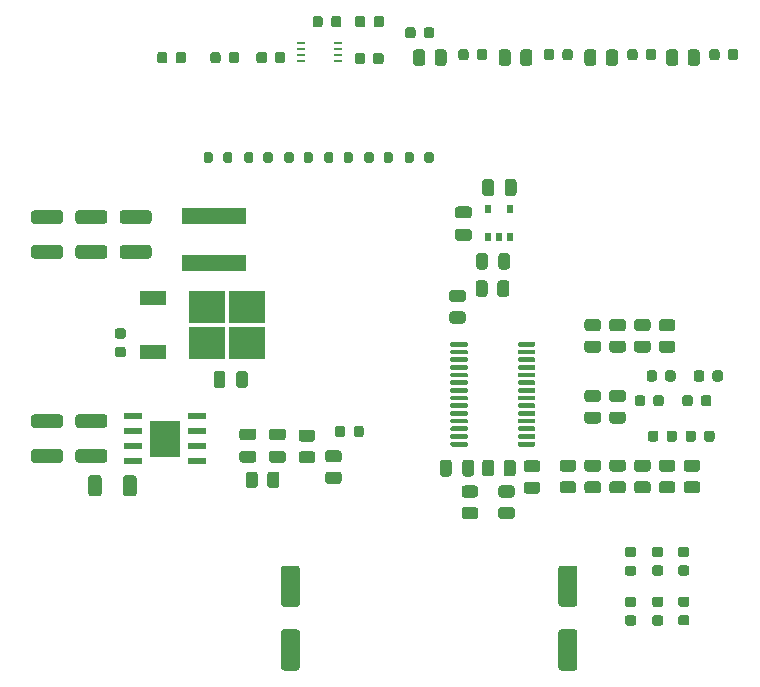
<source format=gbr>
%TF.GenerationSoftware,KiCad,Pcbnew,5.1.9*%
%TF.CreationDate,2021-03-12T16:49:57+01:00*%
%TF.ProjectId,monkey-rpi-header-pcb,6d6f6e6b-6579-42d7-9270-692d68656164,rev?*%
%TF.SameCoordinates,Original*%
%TF.FileFunction,Paste,Top*%
%TF.FilePolarity,Positive*%
%FSLAX46Y46*%
G04 Gerber Fmt 4.6, Leading zero omitted, Abs format (unit mm)*
G04 Created by KiCad (PCBNEW 5.1.9) date 2021-03-12 16:49:57*
%MOMM*%
%LPD*%
G01*
G04 APERTURE LIST*
%ADD10R,0.750000X0.250000*%
%ADD11R,2.600000X3.100000*%
%ADD12R,1.550000X0.600000*%
%ADD13R,0.510000X0.700000*%
%ADD14R,5.500000X1.430000*%
%ADD15R,3.050000X2.750000*%
%ADD16R,2.200000X1.200000*%
G04 APERTURE END LIST*
%TO.C,C14*%
G36*
G01*
X172049600Y-123150000D02*
X173150400Y-123150000D01*
G75*
G02*
X173400000Y-123399600I0J-249600D01*
G01*
X173400000Y-126400400D01*
G75*
G02*
X173150400Y-126650000I-249600J0D01*
G01*
X172049600Y-126650000D01*
G75*
G02*
X171800000Y-126400400I0J249600D01*
G01*
X171800000Y-123399600D01*
G75*
G02*
X172049600Y-123150000I249600J0D01*
G01*
G37*
G36*
G01*
X172050000Y-117750000D02*
X173150000Y-117750000D01*
G75*
G02*
X173400000Y-118000000I0J-250000D01*
G01*
X173400000Y-121000000D01*
G75*
G02*
X173150000Y-121250000I-250000J0D01*
G01*
X172050000Y-121250000D01*
G75*
G02*
X171800000Y-121000000I0J250000D01*
G01*
X171800000Y-118000000D01*
G75*
G02*
X172050000Y-117750000I250000J0D01*
G01*
G37*
%TD*%
%TO.C,C13*%
G36*
G01*
X148549600Y-123150000D02*
X149650400Y-123150000D01*
G75*
G02*
X149900000Y-123399600I0J-249600D01*
G01*
X149900000Y-126400400D01*
G75*
G02*
X149650400Y-126650000I-249600J0D01*
G01*
X148549600Y-126650000D01*
G75*
G02*
X148300000Y-126400400I0J249600D01*
G01*
X148300000Y-123399600D01*
G75*
G02*
X148549600Y-123150000I249600J0D01*
G01*
G37*
G36*
G01*
X148550000Y-117750000D02*
X149650000Y-117750000D01*
G75*
G02*
X149900000Y-118000000I0J-250000D01*
G01*
X149900000Y-121000000D01*
G75*
G02*
X149650000Y-121250000I-250000J0D01*
G01*
X148550000Y-121250000D01*
G75*
G02*
X148300000Y-121000000I0J250000D01*
G01*
X148300000Y-118000000D01*
G75*
G02*
X148550000Y-117750000I250000J0D01*
G01*
G37*
%TD*%
%TO.C,D15*%
G36*
G01*
X151850000Y-71443750D02*
X151850000Y-71956250D01*
G75*
G02*
X151631250Y-72175000I-218750J0D01*
G01*
X151193750Y-72175000D01*
G75*
G02*
X150975000Y-71956250I0J218750D01*
G01*
X150975000Y-71443750D01*
G75*
G02*
X151193750Y-71225000I218750J0D01*
G01*
X151631250Y-71225000D01*
G75*
G02*
X151850000Y-71443750I0J-218750D01*
G01*
G37*
G36*
G01*
X153425000Y-71443750D02*
X153425000Y-71956250D01*
G75*
G02*
X153206250Y-72175000I-218750J0D01*
G01*
X152768750Y-72175000D01*
G75*
G02*
X152550000Y-71956250I0J218750D01*
G01*
X152550000Y-71443750D01*
G75*
G02*
X152768750Y-71225000I218750J0D01*
G01*
X153206250Y-71225000D01*
G75*
G02*
X153425000Y-71443750I0J-218750D01*
G01*
G37*
%TD*%
%TO.C,D14*%
G36*
G01*
X156150000Y-71956250D02*
X156150000Y-71443750D01*
G75*
G02*
X156368750Y-71225000I218750J0D01*
G01*
X156806250Y-71225000D01*
G75*
G02*
X157025000Y-71443750I0J-218750D01*
G01*
X157025000Y-71956250D01*
G75*
G02*
X156806250Y-72175000I-218750J0D01*
G01*
X156368750Y-72175000D01*
G75*
G02*
X156150000Y-71956250I0J218750D01*
G01*
G37*
G36*
G01*
X154575000Y-71956250D02*
X154575000Y-71443750D01*
G75*
G02*
X154793750Y-71225000I218750J0D01*
G01*
X155231250Y-71225000D01*
G75*
G02*
X155450000Y-71443750I0J-218750D01*
G01*
X155450000Y-71956250D01*
G75*
G02*
X155231250Y-72175000I-218750J0D01*
G01*
X154793750Y-72175000D01*
G75*
G02*
X154575000Y-71956250I0J218750D01*
G01*
G37*
%TD*%
D10*
%TO.C,U4*%
X150000000Y-75000000D03*
X150000000Y-74500000D03*
X150000000Y-74000000D03*
X150000000Y-73500000D03*
X153100000Y-73500000D03*
X153100000Y-74000000D03*
X153100000Y-74500000D03*
X153100000Y-75000000D03*
%TD*%
%TO.C,C16*%
G36*
G01*
X155450000Y-74575000D02*
X155450000Y-75075000D01*
G75*
G02*
X155225000Y-75300000I-225000J0D01*
G01*
X154775000Y-75300000D01*
G75*
G02*
X154550000Y-75075000I0J225000D01*
G01*
X154550000Y-74575000D01*
G75*
G02*
X154775000Y-74350000I225000J0D01*
G01*
X155225000Y-74350000D01*
G75*
G02*
X155450000Y-74575000I0J-225000D01*
G01*
G37*
G36*
G01*
X157000000Y-74575000D02*
X157000000Y-75075000D01*
G75*
G02*
X156775000Y-75300000I-225000J0D01*
G01*
X156325000Y-75300000D01*
G75*
G02*
X156100000Y-75075000I0J225000D01*
G01*
X156100000Y-74575000D01*
G75*
G02*
X156325000Y-74350000I225000J0D01*
G01*
X156775000Y-74350000D01*
G75*
G02*
X157000000Y-74575000I0J-225000D01*
G01*
G37*
%TD*%
%TO.C,C15*%
G36*
G01*
X147125000Y-74500000D02*
X147125000Y-75000000D01*
G75*
G02*
X146900000Y-75225000I-225000J0D01*
G01*
X146450000Y-75225000D01*
G75*
G02*
X146225000Y-75000000I0J225000D01*
G01*
X146225000Y-74500000D01*
G75*
G02*
X146450000Y-74275000I225000J0D01*
G01*
X146900000Y-74275000D01*
G75*
G02*
X147125000Y-74500000I0J-225000D01*
G01*
G37*
G36*
G01*
X148675000Y-74500000D02*
X148675000Y-75000000D01*
G75*
G02*
X148450000Y-75225000I-225000J0D01*
G01*
X148000000Y-75225000D01*
G75*
G02*
X147775000Y-75000000I0J225000D01*
G01*
X147775000Y-74500000D01*
G75*
G02*
X148000000Y-74275000I225000J0D01*
G01*
X148450000Y-74275000D01*
G75*
G02*
X148675000Y-74500000I0J-225000D01*
G01*
G37*
%TD*%
%TO.C,R26*%
G36*
G01*
X167850001Y-112000000D02*
X166949999Y-112000000D01*
G75*
G02*
X166700000Y-111750001I0J249999D01*
G01*
X166700000Y-111224999D01*
G75*
G02*
X166949999Y-110975000I249999J0D01*
G01*
X167850001Y-110975000D01*
G75*
G02*
X168100000Y-111224999I0J-249999D01*
G01*
X168100000Y-111750001D01*
G75*
G02*
X167850001Y-112000000I-249999J0D01*
G01*
G37*
G36*
G01*
X167850001Y-113825000D02*
X166949999Y-113825000D01*
G75*
G02*
X166700000Y-113575001I0J249999D01*
G01*
X166700000Y-113049999D01*
G75*
G02*
X166949999Y-112800000I249999J0D01*
G01*
X167850001Y-112800000D01*
G75*
G02*
X168100000Y-113049999I0J-249999D01*
G01*
X168100000Y-113575001D01*
G75*
G02*
X167850001Y-113825000I-249999J0D01*
G01*
G37*
%TD*%
%TO.C,R25*%
G36*
G01*
X164750001Y-112000000D02*
X163849999Y-112000000D01*
G75*
G02*
X163600000Y-111750001I0J249999D01*
G01*
X163600000Y-111224999D01*
G75*
G02*
X163849999Y-110975000I249999J0D01*
G01*
X164750001Y-110975000D01*
G75*
G02*
X165000000Y-111224999I0J-249999D01*
G01*
X165000000Y-111750001D01*
G75*
G02*
X164750001Y-112000000I-249999J0D01*
G01*
G37*
G36*
G01*
X164750001Y-113825000D02*
X163849999Y-113825000D01*
G75*
G02*
X163600000Y-113575001I0J249999D01*
G01*
X163600000Y-113049999D01*
G75*
G02*
X163849999Y-112800000I249999J0D01*
G01*
X164750001Y-112800000D01*
G75*
G02*
X165000000Y-113049999I0J-249999D01*
G01*
X165000000Y-113575001D01*
G75*
G02*
X164750001Y-113825000I-249999J0D01*
G01*
G37*
%TD*%
%TO.C,R31*%
G36*
G01*
X165812500Y-93849999D02*
X165812500Y-94750001D01*
G75*
G02*
X165562501Y-95000000I-249999J0D01*
G01*
X165037499Y-95000000D01*
G75*
G02*
X164787500Y-94750001I0J249999D01*
G01*
X164787500Y-93849999D01*
G75*
G02*
X165037499Y-93600000I249999J0D01*
G01*
X165562501Y-93600000D01*
G75*
G02*
X165812500Y-93849999I0J-249999D01*
G01*
G37*
G36*
G01*
X167637500Y-93849999D02*
X167637500Y-94750001D01*
G75*
G02*
X167387501Y-95000000I-249999J0D01*
G01*
X166862499Y-95000000D01*
G75*
G02*
X166612500Y-94750001I0J249999D01*
G01*
X166612500Y-93849999D01*
G75*
G02*
X166862499Y-93600000I249999J0D01*
G01*
X167387501Y-93600000D01*
G75*
G02*
X167637500Y-93849999I0J-249999D01*
G01*
G37*
%TD*%
%TO.C,D25*%
G36*
G01*
X166712500Y-92456250D02*
X166712500Y-91543750D01*
G75*
G02*
X166956250Y-91300000I243750J0D01*
G01*
X167443750Y-91300000D01*
G75*
G02*
X167687500Y-91543750I0J-243750D01*
G01*
X167687500Y-92456250D01*
G75*
G02*
X167443750Y-92700000I-243750J0D01*
G01*
X166956250Y-92700000D01*
G75*
G02*
X166712500Y-92456250I0J243750D01*
G01*
G37*
G36*
G01*
X164837500Y-92456250D02*
X164837500Y-91543750D01*
G75*
G02*
X165081250Y-91300000I243750J0D01*
G01*
X165568750Y-91300000D01*
G75*
G02*
X165812500Y-91543750I0J-243750D01*
G01*
X165812500Y-92456250D01*
G75*
G02*
X165568750Y-92700000I-243750J0D01*
G01*
X165081250Y-92700000D01*
G75*
G02*
X164837500Y-92456250I0J243750D01*
G01*
G37*
%TD*%
%TO.C,D22*%
G36*
G01*
X179837500Y-104056250D02*
X179837500Y-103543750D01*
G75*
G02*
X180056250Y-103325000I218750J0D01*
G01*
X180493750Y-103325000D01*
G75*
G02*
X180712500Y-103543750I0J-218750D01*
G01*
X180712500Y-104056250D01*
G75*
G02*
X180493750Y-104275000I-218750J0D01*
G01*
X180056250Y-104275000D01*
G75*
G02*
X179837500Y-104056250I0J218750D01*
G01*
G37*
G36*
G01*
X178262500Y-104056250D02*
X178262500Y-103543750D01*
G75*
G02*
X178481250Y-103325000I218750J0D01*
G01*
X178918750Y-103325000D01*
G75*
G02*
X179137500Y-103543750I0J-218750D01*
G01*
X179137500Y-104056250D01*
G75*
G02*
X178918750Y-104275000I-218750J0D01*
G01*
X178481250Y-104275000D01*
G75*
G02*
X178262500Y-104056250I0J218750D01*
G01*
G37*
%TD*%
%TO.C,D21*%
G36*
G01*
X183162500Y-103543750D02*
X183162500Y-104056250D01*
G75*
G02*
X182943750Y-104275000I-218750J0D01*
G01*
X182506250Y-104275000D01*
G75*
G02*
X182287500Y-104056250I0J218750D01*
G01*
X182287500Y-103543750D01*
G75*
G02*
X182506250Y-103325000I218750J0D01*
G01*
X182943750Y-103325000D01*
G75*
G02*
X183162500Y-103543750I0J-218750D01*
G01*
G37*
G36*
G01*
X184737500Y-103543750D02*
X184737500Y-104056250D01*
G75*
G02*
X184518750Y-104275000I-218750J0D01*
G01*
X184081250Y-104275000D01*
G75*
G02*
X183862500Y-104056250I0J218750D01*
G01*
X183862500Y-103543750D01*
G75*
G02*
X184081250Y-103325000I218750J0D01*
G01*
X184518750Y-103325000D01*
G75*
G02*
X184737500Y-103543750I0J-218750D01*
G01*
G37*
%TD*%
%TO.C,D20*%
G36*
G01*
X180837500Y-101956250D02*
X180837500Y-101443750D01*
G75*
G02*
X181056250Y-101225000I218750J0D01*
G01*
X181493750Y-101225000D01*
G75*
G02*
X181712500Y-101443750I0J-218750D01*
G01*
X181712500Y-101956250D01*
G75*
G02*
X181493750Y-102175000I-218750J0D01*
G01*
X181056250Y-102175000D01*
G75*
G02*
X180837500Y-101956250I0J218750D01*
G01*
G37*
G36*
G01*
X179262500Y-101956250D02*
X179262500Y-101443750D01*
G75*
G02*
X179481250Y-101225000I218750J0D01*
G01*
X179918750Y-101225000D01*
G75*
G02*
X180137500Y-101443750I0J-218750D01*
G01*
X180137500Y-101956250D01*
G75*
G02*
X179918750Y-102175000I-218750J0D01*
G01*
X179481250Y-102175000D01*
G75*
G02*
X179262500Y-101956250I0J218750D01*
G01*
G37*
%TD*%
%TO.C,D13*%
G36*
G01*
X137812500Y-75006250D02*
X137812500Y-74493750D01*
G75*
G02*
X138031250Y-74275000I218750J0D01*
G01*
X138468750Y-74275000D01*
G75*
G02*
X138687500Y-74493750I0J-218750D01*
G01*
X138687500Y-75006250D01*
G75*
G02*
X138468750Y-75225000I-218750J0D01*
G01*
X138031250Y-75225000D01*
G75*
G02*
X137812500Y-75006250I0J218750D01*
G01*
G37*
G36*
G01*
X139387500Y-75006250D02*
X139387500Y-74493750D01*
G75*
G02*
X139606250Y-74275000I218750J0D01*
G01*
X140043750Y-74275000D01*
G75*
G02*
X140262500Y-74493750I0J-218750D01*
G01*
X140262500Y-75006250D01*
G75*
G02*
X140043750Y-75225000I-218750J0D01*
G01*
X139606250Y-75225000D01*
G75*
G02*
X139387500Y-75006250I0J218750D01*
G01*
G37*
%TD*%
%TO.C,D12*%
G36*
G01*
X184137500Y-101443750D02*
X184137500Y-101956250D01*
G75*
G02*
X183918750Y-102175000I-218750J0D01*
G01*
X183481250Y-102175000D01*
G75*
G02*
X183262500Y-101956250I0J218750D01*
G01*
X183262500Y-101443750D01*
G75*
G02*
X183481250Y-101225000I218750J0D01*
G01*
X183918750Y-101225000D01*
G75*
G02*
X184137500Y-101443750I0J-218750D01*
G01*
G37*
G36*
G01*
X185712500Y-101443750D02*
X185712500Y-101956250D01*
G75*
G02*
X185493750Y-102175000I-218750J0D01*
G01*
X185056250Y-102175000D01*
G75*
G02*
X184837500Y-101956250I0J218750D01*
G01*
X184837500Y-101443750D01*
G75*
G02*
X185056250Y-101225000I218750J0D01*
G01*
X185493750Y-101225000D01*
G75*
G02*
X185712500Y-101443750I0J-218750D01*
G01*
G37*
%TD*%
%TO.C,D11*%
G36*
G01*
X143887500Y-75006250D02*
X143887500Y-74493750D01*
G75*
G02*
X144106250Y-74275000I218750J0D01*
G01*
X144543750Y-74275000D01*
G75*
G02*
X144762500Y-74493750I0J-218750D01*
G01*
X144762500Y-75006250D01*
G75*
G02*
X144543750Y-75225000I-218750J0D01*
G01*
X144106250Y-75225000D01*
G75*
G02*
X143887500Y-75006250I0J218750D01*
G01*
G37*
G36*
G01*
X142312500Y-75006250D02*
X142312500Y-74493750D01*
G75*
G02*
X142531250Y-74275000I218750J0D01*
G01*
X142968750Y-74275000D01*
G75*
G02*
X143187500Y-74493750I0J-218750D01*
G01*
X143187500Y-75006250D01*
G75*
G02*
X142968750Y-75225000I-218750J0D01*
G01*
X142531250Y-75225000D01*
G75*
G02*
X142312500Y-75006250I0J218750D01*
G01*
G37*
%TD*%
%TO.C,D4*%
G36*
G01*
X161275000Y-72393750D02*
X161275000Y-72906250D01*
G75*
G02*
X161056250Y-73125000I-218750J0D01*
G01*
X160618750Y-73125000D01*
G75*
G02*
X160400000Y-72906250I0J218750D01*
G01*
X160400000Y-72393750D01*
G75*
G02*
X160618750Y-72175000I218750J0D01*
G01*
X161056250Y-72175000D01*
G75*
G02*
X161275000Y-72393750I0J-218750D01*
G01*
G37*
G36*
G01*
X159700000Y-72393750D02*
X159700000Y-72906250D01*
G75*
G02*
X159481250Y-73125000I-218750J0D01*
G01*
X159043750Y-73125000D01*
G75*
G02*
X158825000Y-72906250I0J218750D01*
G01*
X158825000Y-72393750D01*
G75*
G02*
X159043750Y-72175000I218750J0D01*
G01*
X159481250Y-72175000D01*
G75*
G02*
X159700000Y-72393750I0J-218750D01*
G01*
G37*
%TD*%
%TO.C,D3*%
G36*
G01*
X153750000Y-106143750D02*
X153750000Y-106656250D01*
G75*
G02*
X153531250Y-106875000I-218750J0D01*
G01*
X153093750Y-106875000D01*
G75*
G02*
X152875000Y-106656250I0J218750D01*
G01*
X152875000Y-106143750D01*
G75*
G02*
X153093750Y-105925000I218750J0D01*
G01*
X153531250Y-105925000D01*
G75*
G02*
X153750000Y-106143750I0J-218750D01*
G01*
G37*
G36*
G01*
X155325000Y-106143750D02*
X155325000Y-106656250D01*
G75*
G02*
X155106250Y-106875000I-218750J0D01*
G01*
X154668750Y-106875000D01*
G75*
G02*
X154450000Y-106656250I0J218750D01*
G01*
X154450000Y-106143750D01*
G75*
G02*
X154668750Y-105925000I218750J0D01*
G01*
X155106250Y-105925000D01*
G75*
G02*
X155325000Y-106143750I0J-218750D01*
G01*
G37*
%TD*%
%TO.C,D2*%
G36*
G01*
X134956250Y-98537500D02*
X134443750Y-98537500D01*
G75*
G02*
X134225000Y-98318750I0J218750D01*
G01*
X134225000Y-97881250D01*
G75*
G02*
X134443750Y-97662500I218750J0D01*
G01*
X134956250Y-97662500D01*
G75*
G02*
X135175000Y-97881250I0J-218750D01*
G01*
X135175000Y-98318750D01*
G75*
G02*
X134956250Y-98537500I-218750J0D01*
G01*
G37*
G36*
G01*
X134956250Y-100112500D02*
X134443750Y-100112500D01*
G75*
G02*
X134225000Y-99893750I0J218750D01*
G01*
X134225000Y-99456250D01*
G75*
G02*
X134443750Y-99237500I218750J0D01*
G01*
X134956250Y-99237500D01*
G75*
G02*
X135175000Y-99456250I0J-218750D01*
G01*
X135175000Y-99893750D01*
G75*
G02*
X134956250Y-100112500I-218750J0D01*
G01*
G37*
%TD*%
%TO.C,R30*%
G36*
G01*
X157000000Y-83475000D02*
X157000000Y-82925000D01*
G75*
G02*
X157200000Y-82725000I200000J0D01*
G01*
X157600000Y-82725000D01*
G75*
G02*
X157800000Y-82925000I0J-200000D01*
G01*
X157800000Y-83475000D01*
G75*
G02*
X157600000Y-83675000I-200000J0D01*
G01*
X157200000Y-83675000D01*
G75*
G02*
X157000000Y-83475000I0J200000D01*
G01*
G37*
G36*
G01*
X155350000Y-83475000D02*
X155350000Y-82925000D01*
G75*
G02*
X155550000Y-82725000I200000J0D01*
G01*
X155950000Y-82725000D01*
G75*
G02*
X156150000Y-82925000I0J-200000D01*
G01*
X156150000Y-83475000D01*
G75*
G02*
X155950000Y-83675000I-200000J0D01*
G01*
X155550000Y-83675000D01*
G75*
G02*
X155350000Y-83475000I0J200000D01*
G01*
G37*
%TD*%
%TO.C,R29*%
G36*
G01*
X146825000Y-83475000D02*
X146825000Y-82925000D01*
G75*
G02*
X147025000Y-82725000I200000J0D01*
G01*
X147425000Y-82725000D01*
G75*
G02*
X147625000Y-82925000I0J-200000D01*
G01*
X147625000Y-83475000D01*
G75*
G02*
X147425000Y-83675000I-200000J0D01*
G01*
X147025000Y-83675000D01*
G75*
G02*
X146825000Y-83475000I0J200000D01*
G01*
G37*
G36*
G01*
X145175000Y-83475000D02*
X145175000Y-82925000D01*
G75*
G02*
X145375000Y-82725000I200000J0D01*
G01*
X145775000Y-82725000D01*
G75*
G02*
X145975000Y-82925000I0J-200000D01*
G01*
X145975000Y-83475000D01*
G75*
G02*
X145775000Y-83675000I-200000J0D01*
G01*
X145375000Y-83675000D01*
G75*
G02*
X145175000Y-83475000I0J200000D01*
G01*
G37*
%TD*%
%TO.C,R28*%
G36*
G01*
X153600000Y-83475000D02*
X153600000Y-82925000D01*
G75*
G02*
X153800000Y-82725000I200000J0D01*
G01*
X154200000Y-82725000D01*
G75*
G02*
X154400000Y-82925000I0J-200000D01*
G01*
X154400000Y-83475000D01*
G75*
G02*
X154200000Y-83675000I-200000J0D01*
G01*
X153800000Y-83675000D01*
G75*
G02*
X153600000Y-83475000I0J200000D01*
G01*
G37*
G36*
G01*
X151950000Y-83475000D02*
X151950000Y-82925000D01*
G75*
G02*
X152150000Y-82725000I200000J0D01*
G01*
X152550000Y-82725000D01*
G75*
G02*
X152750000Y-82925000I0J-200000D01*
G01*
X152750000Y-83475000D01*
G75*
G02*
X152550000Y-83675000I-200000J0D01*
G01*
X152150000Y-83675000D01*
G75*
G02*
X151950000Y-83475000I0J200000D01*
G01*
G37*
%TD*%
%TO.C,R27*%
G36*
G01*
X143400000Y-83475000D02*
X143400000Y-82925000D01*
G75*
G02*
X143600000Y-82725000I200000J0D01*
G01*
X144000000Y-82725000D01*
G75*
G02*
X144200000Y-82925000I0J-200000D01*
G01*
X144200000Y-83475000D01*
G75*
G02*
X144000000Y-83675000I-200000J0D01*
G01*
X143600000Y-83675000D01*
G75*
G02*
X143400000Y-83475000I0J200000D01*
G01*
G37*
G36*
G01*
X141750000Y-83475000D02*
X141750000Y-82925000D01*
G75*
G02*
X141950000Y-82725000I200000J0D01*
G01*
X142350000Y-82725000D01*
G75*
G02*
X142550000Y-82925000I0J-200000D01*
G01*
X142550000Y-83475000D01*
G75*
G02*
X142350000Y-83675000I-200000J0D01*
G01*
X141950000Y-83675000D01*
G75*
G02*
X141750000Y-83475000I0J200000D01*
G01*
G37*
%TD*%
%TO.C,R24*%
G36*
G01*
X160425000Y-83475000D02*
X160425000Y-82925000D01*
G75*
G02*
X160625000Y-82725000I200000J0D01*
G01*
X161025000Y-82725000D01*
G75*
G02*
X161225000Y-82925000I0J-200000D01*
G01*
X161225000Y-83475000D01*
G75*
G02*
X161025000Y-83675000I-200000J0D01*
G01*
X160625000Y-83675000D01*
G75*
G02*
X160425000Y-83475000I0J200000D01*
G01*
G37*
G36*
G01*
X158775000Y-83475000D02*
X158775000Y-82925000D01*
G75*
G02*
X158975000Y-82725000I200000J0D01*
G01*
X159375000Y-82725000D01*
G75*
G02*
X159575000Y-82925000I0J-200000D01*
G01*
X159575000Y-83475000D01*
G75*
G02*
X159375000Y-83675000I-200000J0D01*
G01*
X158975000Y-83675000D01*
G75*
G02*
X158775000Y-83475000I0J200000D01*
G01*
G37*
%TD*%
%TO.C,R23*%
G36*
G01*
X150225000Y-83475000D02*
X150225000Y-82925000D01*
G75*
G02*
X150425000Y-82725000I200000J0D01*
G01*
X150825000Y-82725000D01*
G75*
G02*
X151025000Y-82925000I0J-200000D01*
G01*
X151025000Y-83475000D01*
G75*
G02*
X150825000Y-83675000I-200000J0D01*
G01*
X150425000Y-83675000D01*
G75*
G02*
X150225000Y-83475000I0J200000D01*
G01*
G37*
G36*
G01*
X148575000Y-83475000D02*
X148575000Y-82925000D01*
G75*
G02*
X148775000Y-82725000I200000J0D01*
G01*
X149175000Y-82725000D01*
G75*
G02*
X149375000Y-82925000I0J-200000D01*
G01*
X149375000Y-83475000D01*
G75*
G02*
X149175000Y-83675000I-200000J0D01*
G01*
X148775000Y-83675000D01*
G75*
G02*
X148575000Y-83475000I0J200000D01*
G01*
G37*
%TD*%
%TO.C,R22*%
G36*
G01*
X182737500Y-75200002D02*
X182737500Y-74299998D01*
G75*
G02*
X182987498Y-74050000I249998J0D01*
G01*
X183512502Y-74050000D01*
G75*
G02*
X183762500Y-74299998I0J-249998D01*
G01*
X183762500Y-75200002D01*
G75*
G02*
X183512502Y-75450000I-249998J0D01*
G01*
X182987498Y-75450000D01*
G75*
G02*
X182737500Y-75200002I0J249998D01*
G01*
G37*
G36*
G01*
X180912500Y-75200002D02*
X180912500Y-74299998D01*
G75*
G02*
X181162498Y-74050000I249998J0D01*
G01*
X181687502Y-74050000D01*
G75*
G02*
X181937500Y-74299998I0J-249998D01*
G01*
X181937500Y-75200002D01*
G75*
G02*
X181687502Y-75450000I-249998J0D01*
G01*
X181162498Y-75450000D01*
G75*
G02*
X180912500Y-75200002I0J249998D01*
G01*
G37*
%TD*%
%TO.C,R21*%
G36*
G01*
X175812500Y-75200002D02*
X175812500Y-74299998D01*
G75*
G02*
X176062498Y-74050000I249998J0D01*
G01*
X176587502Y-74050000D01*
G75*
G02*
X176837500Y-74299998I0J-249998D01*
G01*
X176837500Y-75200002D01*
G75*
G02*
X176587502Y-75450000I-249998J0D01*
G01*
X176062498Y-75450000D01*
G75*
G02*
X175812500Y-75200002I0J249998D01*
G01*
G37*
G36*
G01*
X173987500Y-75200002D02*
X173987500Y-74299998D01*
G75*
G02*
X174237498Y-74050000I249998J0D01*
G01*
X174762502Y-74050000D01*
G75*
G02*
X175012500Y-74299998I0J-249998D01*
G01*
X175012500Y-75200002D01*
G75*
G02*
X174762502Y-75450000I-249998J0D01*
G01*
X174237498Y-75450000D01*
G75*
G02*
X173987500Y-75200002I0J249998D01*
G01*
G37*
%TD*%
%TO.C,R16*%
G36*
G01*
X168562500Y-75200002D02*
X168562500Y-74299998D01*
G75*
G02*
X168812498Y-74050000I249998J0D01*
G01*
X169337502Y-74050000D01*
G75*
G02*
X169587500Y-74299998I0J-249998D01*
G01*
X169587500Y-75200002D01*
G75*
G02*
X169337502Y-75450000I-249998J0D01*
G01*
X168812498Y-75450000D01*
G75*
G02*
X168562500Y-75200002I0J249998D01*
G01*
G37*
G36*
G01*
X166737500Y-75200002D02*
X166737500Y-74299998D01*
G75*
G02*
X166987498Y-74050000I249998J0D01*
G01*
X167512502Y-74050000D01*
G75*
G02*
X167762500Y-74299998I0J-249998D01*
G01*
X167762500Y-75200002D01*
G75*
G02*
X167512502Y-75450000I-249998J0D01*
G01*
X166987498Y-75450000D01*
G75*
G02*
X166737500Y-75200002I0J249998D01*
G01*
G37*
%TD*%
%TO.C,D24*%
G36*
G01*
X186137500Y-74756250D02*
X186137500Y-74243750D01*
G75*
G02*
X186356250Y-74025000I218750J0D01*
G01*
X186793750Y-74025000D01*
G75*
G02*
X187012500Y-74243750I0J-218750D01*
G01*
X187012500Y-74756250D01*
G75*
G02*
X186793750Y-74975000I-218750J0D01*
G01*
X186356250Y-74975000D01*
G75*
G02*
X186137500Y-74756250I0J218750D01*
G01*
G37*
G36*
G01*
X184562500Y-74756250D02*
X184562500Y-74243750D01*
G75*
G02*
X184781250Y-74025000I218750J0D01*
G01*
X185218750Y-74025000D01*
G75*
G02*
X185437500Y-74243750I0J-218750D01*
G01*
X185437500Y-74756250D01*
G75*
G02*
X185218750Y-74975000I-218750J0D01*
G01*
X184781250Y-74975000D01*
G75*
G02*
X184562500Y-74756250I0J218750D01*
G01*
G37*
%TD*%
%TO.C,D23*%
G36*
G01*
X179195001Y-74756250D02*
X179195001Y-74243750D01*
G75*
G02*
X179413751Y-74025000I218750J0D01*
G01*
X179851251Y-74025000D01*
G75*
G02*
X180070001Y-74243750I0J-218750D01*
G01*
X180070001Y-74756250D01*
G75*
G02*
X179851251Y-74975000I-218750J0D01*
G01*
X179413751Y-74975000D01*
G75*
G02*
X179195001Y-74756250I0J218750D01*
G01*
G37*
G36*
G01*
X177620001Y-74756250D02*
X177620001Y-74243750D01*
G75*
G02*
X177838751Y-74025000I218750J0D01*
G01*
X178276251Y-74025000D01*
G75*
G02*
X178495001Y-74243750I0J-218750D01*
G01*
X178495001Y-74756250D01*
G75*
G02*
X178276251Y-74975000I-218750J0D01*
G01*
X177838751Y-74975000D01*
G75*
G02*
X177620001Y-74756250I0J218750D01*
G01*
G37*
%TD*%
%TO.C,D19*%
G36*
G01*
X172137500Y-74756250D02*
X172137500Y-74243750D01*
G75*
G02*
X172356250Y-74025000I218750J0D01*
G01*
X172793750Y-74025000D01*
G75*
G02*
X173012500Y-74243750I0J-218750D01*
G01*
X173012500Y-74756250D01*
G75*
G02*
X172793750Y-74975000I-218750J0D01*
G01*
X172356250Y-74975000D01*
G75*
G02*
X172137500Y-74756250I0J218750D01*
G01*
G37*
G36*
G01*
X170562500Y-74756250D02*
X170562500Y-74243750D01*
G75*
G02*
X170781250Y-74025000I218750J0D01*
G01*
X171218750Y-74025000D01*
G75*
G02*
X171437500Y-74243750I0J-218750D01*
G01*
X171437500Y-74756250D01*
G75*
G02*
X171218750Y-74975000I-218750J0D01*
G01*
X170781250Y-74975000D01*
G75*
G02*
X170562500Y-74756250I0J218750D01*
G01*
G37*
%TD*%
%TO.C,R20*%
G36*
G01*
X175150002Y-97912500D02*
X174249998Y-97912500D01*
G75*
G02*
X174000000Y-97662502I0J249998D01*
G01*
X174000000Y-97137498D01*
G75*
G02*
X174249998Y-96887500I249998J0D01*
G01*
X175150002Y-96887500D01*
G75*
G02*
X175400000Y-97137498I0J-249998D01*
G01*
X175400000Y-97662502D01*
G75*
G02*
X175150002Y-97912500I-249998J0D01*
G01*
G37*
G36*
G01*
X175150002Y-99737500D02*
X174249998Y-99737500D01*
G75*
G02*
X174000000Y-99487502I0J249998D01*
G01*
X174000000Y-98962498D01*
G75*
G02*
X174249998Y-98712500I249998J0D01*
G01*
X175150002Y-98712500D01*
G75*
G02*
X175400000Y-98962498I0J-249998D01*
G01*
X175400000Y-99487502D01*
G75*
G02*
X175150002Y-99737500I-249998J0D01*
G01*
G37*
%TD*%
%TO.C,R19*%
G36*
G01*
X177250002Y-97912500D02*
X176349998Y-97912500D01*
G75*
G02*
X176100000Y-97662502I0J249998D01*
G01*
X176100000Y-97137498D01*
G75*
G02*
X176349998Y-96887500I249998J0D01*
G01*
X177250002Y-96887500D01*
G75*
G02*
X177500000Y-97137498I0J-249998D01*
G01*
X177500000Y-97662502D01*
G75*
G02*
X177250002Y-97912500I-249998J0D01*
G01*
G37*
G36*
G01*
X177250002Y-99737500D02*
X176349998Y-99737500D01*
G75*
G02*
X176100000Y-99487502I0J249998D01*
G01*
X176100000Y-98962498D01*
G75*
G02*
X176349998Y-98712500I249998J0D01*
G01*
X177250002Y-98712500D01*
G75*
G02*
X177500000Y-98962498I0J-249998D01*
G01*
X177500000Y-99487502D01*
G75*
G02*
X177250002Y-99737500I-249998J0D01*
G01*
G37*
%TD*%
%TO.C,R18*%
G36*
G01*
X179350002Y-97900000D02*
X178449998Y-97900000D01*
G75*
G02*
X178200000Y-97650002I0J249998D01*
G01*
X178200000Y-97124998D01*
G75*
G02*
X178449998Y-96875000I249998J0D01*
G01*
X179350002Y-96875000D01*
G75*
G02*
X179600000Y-97124998I0J-249998D01*
G01*
X179600000Y-97650002D01*
G75*
G02*
X179350002Y-97900000I-249998J0D01*
G01*
G37*
G36*
G01*
X179350002Y-99725000D02*
X178449998Y-99725000D01*
G75*
G02*
X178200000Y-99475002I0J249998D01*
G01*
X178200000Y-98949998D01*
G75*
G02*
X178449998Y-98700000I249998J0D01*
G01*
X179350002Y-98700000D01*
G75*
G02*
X179600000Y-98949998I0J-249998D01*
G01*
X179600000Y-99475002D01*
G75*
G02*
X179350002Y-99725000I-249998J0D01*
G01*
G37*
%TD*%
%TO.C,R17*%
G36*
G01*
X181450002Y-97912500D02*
X180549998Y-97912500D01*
G75*
G02*
X180300000Y-97662502I0J249998D01*
G01*
X180300000Y-97137498D01*
G75*
G02*
X180549998Y-96887500I249998J0D01*
G01*
X181450002Y-96887500D01*
G75*
G02*
X181700000Y-97137498I0J-249998D01*
G01*
X181700000Y-97662502D01*
G75*
G02*
X181450002Y-97912500I-249998J0D01*
G01*
G37*
G36*
G01*
X181450002Y-99737500D02*
X180549998Y-99737500D01*
G75*
G02*
X180300000Y-99487502I0J249998D01*
G01*
X180300000Y-98962498D01*
G75*
G02*
X180549998Y-98712500I249998J0D01*
G01*
X181450002Y-98712500D01*
G75*
G02*
X181700000Y-98962498I0J-249998D01*
G01*
X181700000Y-99487502D01*
G75*
G02*
X181450002Y-99737500I-249998J0D01*
G01*
G37*
%TD*%
%TO.C,R10*%
G36*
G01*
X183550002Y-109812500D02*
X182649998Y-109812500D01*
G75*
G02*
X182400000Y-109562502I0J249998D01*
G01*
X182400000Y-109037498D01*
G75*
G02*
X182649998Y-108787500I249998J0D01*
G01*
X183550002Y-108787500D01*
G75*
G02*
X183800000Y-109037498I0J-249998D01*
G01*
X183800000Y-109562502D01*
G75*
G02*
X183550002Y-109812500I-249998J0D01*
G01*
G37*
G36*
G01*
X183550002Y-111637500D02*
X182649998Y-111637500D01*
G75*
G02*
X182400000Y-111387502I0J249998D01*
G01*
X182400000Y-110862498D01*
G75*
G02*
X182649998Y-110612500I249998J0D01*
G01*
X183550002Y-110612500D01*
G75*
G02*
X183800000Y-110862498I0J-249998D01*
G01*
X183800000Y-111387502D01*
G75*
G02*
X183550002Y-111637500I-249998J0D01*
G01*
G37*
%TD*%
%TO.C,R9*%
G36*
G01*
X181450002Y-109812500D02*
X180549998Y-109812500D01*
G75*
G02*
X180300000Y-109562502I0J249998D01*
G01*
X180300000Y-109037498D01*
G75*
G02*
X180549998Y-108787500I249998J0D01*
G01*
X181450002Y-108787500D01*
G75*
G02*
X181700000Y-109037498I0J-249998D01*
G01*
X181700000Y-109562502D01*
G75*
G02*
X181450002Y-109812500I-249998J0D01*
G01*
G37*
G36*
G01*
X181450002Y-111637500D02*
X180549998Y-111637500D01*
G75*
G02*
X180300000Y-111387502I0J249998D01*
G01*
X180300000Y-110862498D01*
G75*
G02*
X180549998Y-110612500I249998J0D01*
G01*
X181450002Y-110612500D01*
G75*
G02*
X181700000Y-110862498I0J-249998D01*
G01*
X181700000Y-111387502D01*
G75*
G02*
X181450002Y-111637500I-249998J0D01*
G01*
G37*
%TD*%
%TO.C,R8*%
G36*
G01*
X179350002Y-109812500D02*
X178449998Y-109812500D01*
G75*
G02*
X178200000Y-109562502I0J249998D01*
G01*
X178200000Y-109037498D01*
G75*
G02*
X178449998Y-108787500I249998J0D01*
G01*
X179350002Y-108787500D01*
G75*
G02*
X179600000Y-109037498I0J-249998D01*
G01*
X179600000Y-109562502D01*
G75*
G02*
X179350002Y-109812500I-249998J0D01*
G01*
G37*
G36*
G01*
X179350002Y-111637500D02*
X178449998Y-111637500D01*
G75*
G02*
X178200000Y-111387502I0J249998D01*
G01*
X178200000Y-110862498D01*
G75*
G02*
X178449998Y-110612500I249998J0D01*
G01*
X179350002Y-110612500D01*
G75*
G02*
X179600000Y-110862498I0J-249998D01*
G01*
X179600000Y-111387502D01*
G75*
G02*
X179350002Y-111637500I-249998J0D01*
G01*
G37*
%TD*%
%TO.C,R7*%
G36*
G01*
X177250002Y-109812500D02*
X176349998Y-109812500D01*
G75*
G02*
X176100000Y-109562502I0J249998D01*
G01*
X176100000Y-109037498D01*
G75*
G02*
X176349998Y-108787500I249998J0D01*
G01*
X177250002Y-108787500D01*
G75*
G02*
X177500000Y-109037498I0J-249998D01*
G01*
X177500000Y-109562502D01*
G75*
G02*
X177250002Y-109812500I-249998J0D01*
G01*
G37*
G36*
G01*
X177250002Y-111637500D02*
X176349998Y-111637500D01*
G75*
G02*
X176100000Y-111387502I0J249998D01*
G01*
X176100000Y-110862498D01*
G75*
G02*
X176349998Y-110612500I249998J0D01*
G01*
X177250002Y-110612500D01*
G75*
G02*
X177500000Y-110862498I0J-249998D01*
G01*
X177500000Y-111387502D01*
G75*
G02*
X177250002Y-111637500I-249998J0D01*
G01*
G37*
%TD*%
%TO.C,R6*%
G36*
G01*
X175150002Y-109812500D02*
X174249998Y-109812500D01*
G75*
G02*
X174000000Y-109562502I0J249998D01*
G01*
X174000000Y-109037498D01*
G75*
G02*
X174249998Y-108787500I249998J0D01*
G01*
X175150002Y-108787500D01*
G75*
G02*
X175400000Y-109037498I0J-249998D01*
G01*
X175400000Y-109562502D01*
G75*
G02*
X175150002Y-109812500I-249998J0D01*
G01*
G37*
G36*
G01*
X175150002Y-111637500D02*
X174249998Y-111637500D01*
G75*
G02*
X174000000Y-111387502I0J249998D01*
G01*
X174000000Y-110862498D01*
G75*
G02*
X174249998Y-110612500I249998J0D01*
G01*
X175150002Y-110612500D01*
G75*
G02*
X175400000Y-110862498I0J-249998D01*
G01*
X175400000Y-111387502D01*
G75*
G02*
X175150002Y-111637500I-249998J0D01*
G01*
G37*
%TD*%
%TO.C,R5*%
G36*
G01*
X173050002Y-109812500D02*
X172149998Y-109812500D01*
G75*
G02*
X171900000Y-109562502I0J249998D01*
G01*
X171900000Y-109037498D01*
G75*
G02*
X172149998Y-108787500I249998J0D01*
G01*
X173050002Y-108787500D01*
G75*
G02*
X173300000Y-109037498I0J-249998D01*
G01*
X173300000Y-109562502D01*
G75*
G02*
X173050002Y-109812500I-249998J0D01*
G01*
G37*
G36*
G01*
X173050002Y-111637500D02*
X172149998Y-111637500D01*
G75*
G02*
X171900000Y-111387502I0J249998D01*
G01*
X171900000Y-110862498D01*
G75*
G02*
X172149998Y-110612500I249998J0D01*
G01*
X173050002Y-110612500D01*
G75*
G02*
X173300000Y-110862498I0J-249998D01*
G01*
X173300000Y-111387502D01*
G75*
G02*
X173050002Y-111637500I-249998J0D01*
G01*
G37*
%TD*%
%TO.C,R3*%
G36*
G01*
X161312500Y-75200002D02*
X161312500Y-74299998D01*
G75*
G02*
X161562498Y-74050000I249998J0D01*
G01*
X162087502Y-74050000D01*
G75*
G02*
X162337500Y-74299998I0J-249998D01*
G01*
X162337500Y-75200002D01*
G75*
G02*
X162087502Y-75450000I-249998J0D01*
G01*
X161562498Y-75450000D01*
G75*
G02*
X161312500Y-75200002I0J249998D01*
G01*
G37*
G36*
G01*
X159487500Y-75200002D02*
X159487500Y-74299998D01*
G75*
G02*
X159737498Y-74050000I249998J0D01*
G01*
X160262502Y-74050000D01*
G75*
G02*
X160512500Y-74299998I0J-249998D01*
G01*
X160512500Y-75200002D01*
G75*
G02*
X160262502Y-75450000I-249998J0D01*
G01*
X159737498Y-75450000D01*
G75*
G02*
X159487500Y-75200002I0J249998D01*
G01*
G37*
%TD*%
%TO.C,D10*%
G36*
G01*
X179943750Y-116162500D02*
X180456250Y-116162500D01*
G75*
G02*
X180675000Y-116381250I0J-218750D01*
G01*
X180675000Y-116818750D01*
G75*
G02*
X180456250Y-117037500I-218750J0D01*
G01*
X179943750Y-117037500D01*
G75*
G02*
X179725000Y-116818750I0J218750D01*
G01*
X179725000Y-116381250D01*
G75*
G02*
X179943750Y-116162500I218750J0D01*
G01*
G37*
G36*
G01*
X179943750Y-117737500D02*
X180456250Y-117737500D01*
G75*
G02*
X180675000Y-117956250I0J-218750D01*
G01*
X180675000Y-118393750D01*
G75*
G02*
X180456250Y-118612500I-218750J0D01*
G01*
X179943750Y-118612500D01*
G75*
G02*
X179725000Y-118393750I0J218750D01*
G01*
X179725000Y-117956250D01*
G75*
G02*
X179943750Y-117737500I218750J0D01*
G01*
G37*
%TD*%
%TO.C,D9*%
G36*
G01*
X180456250Y-122837500D02*
X179943750Y-122837500D01*
G75*
G02*
X179725000Y-122618750I0J218750D01*
G01*
X179725000Y-122181250D01*
G75*
G02*
X179943750Y-121962500I218750J0D01*
G01*
X180456250Y-121962500D01*
G75*
G02*
X180675000Y-122181250I0J-218750D01*
G01*
X180675000Y-122618750D01*
G75*
G02*
X180456250Y-122837500I-218750J0D01*
G01*
G37*
G36*
G01*
X180456250Y-121262500D02*
X179943750Y-121262500D01*
G75*
G02*
X179725000Y-121043750I0J218750D01*
G01*
X179725000Y-120606250D01*
G75*
G02*
X179943750Y-120387500I218750J0D01*
G01*
X180456250Y-120387500D01*
G75*
G02*
X180675000Y-120606250I0J-218750D01*
G01*
X180675000Y-121043750D01*
G75*
G02*
X180456250Y-121262500I-218750J0D01*
G01*
G37*
%TD*%
%TO.C,D8*%
G36*
G01*
X177643750Y-116175000D02*
X178156250Y-116175000D01*
G75*
G02*
X178375000Y-116393750I0J-218750D01*
G01*
X178375000Y-116831250D01*
G75*
G02*
X178156250Y-117050000I-218750J0D01*
G01*
X177643750Y-117050000D01*
G75*
G02*
X177425000Y-116831250I0J218750D01*
G01*
X177425000Y-116393750D01*
G75*
G02*
X177643750Y-116175000I218750J0D01*
G01*
G37*
G36*
G01*
X177643750Y-117750000D02*
X178156250Y-117750000D01*
G75*
G02*
X178375000Y-117968750I0J-218750D01*
G01*
X178375000Y-118406250D01*
G75*
G02*
X178156250Y-118625000I-218750J0D01*
G01*
X177643750Y-118625000D01*
G75*
G02*
X177425000Y-118406250I0J218750D01*
G01*
X177425000Y-117968750D01*
G75*
G02*
X177643750Y-117750000I218750J0D01*
G01*
G37*
%TD*%
%TO.C,D7*%
G36*
G01*
X178156250Y-122837500D02*
X177643750Y-122837500D01*
G75*
G02*
X177425000Y-122618750I0J218750D01*
G01*
X177425000Y-122181250D01*
G75*
G02*
X177643750Y-121962500I218750J0D01*
G01*
X178156250Y-121962500D01*
G75*
G02*
X178375000Y-122181250I0J-218750D01*
G01*
X178375000Y-122618750D01*
G75*
G02*
X178156250Y-122837500I-218750J0D01*
G01*
G37*
G36*
G01*
X178156250Y-121262500D02*
X177643750Y-121262500D01*
G75*
G02*
X177425000Y-121043750I0J218750D01*
G01*
X177425000Y-120606250D01*
G75*
G02*
X177643750Y-120387500I218750J0D01*
G01*
X178156250Y-120387500D01*
G75*
G02*
X178375000Y-120606250I0J-218750D01*
G01*
X178375000Y-121043750D01*
G75*
G02*
X178156250Y-121262500I-218750J0D01*
G01*
G37*
%TD*%
%TO.C,D6*%
G36*
G01*
X182143750Y-116162500D02*
X182656250Y-116162500D01*
G75*
G02*
X182875000Y-116381250I0J-218750D01*
G01*
X182875000Y-116818750D01*
G75*
G02*
X182656250Y-117037500I-218750J0D01*
G01*
X182143750Y-117037500D01*
G75*
G02*
X181925000Y-116818750I0J218750D01*
G01*
X181925000Y-116381250D01*
G75*
G02*
X182143750Y-116162500I218750J0D01*
G01*
G37*
G36*
G01*
X182143750Y-117737500D02*
X182656250Y-117737500D01*
G75*
G02*
X182875000Y-117956250I0J-218750D01*
G01*
X182875000Y-118393750D01*
G75*
G02*
X182656250Y-118612500I-218750J0D01*
G01*
X182143750Y-118612500D01*
G75*
G02*
X181925000Y-118393750I0J218750D01*
G01*
X181925000Y-117956250D01*
G75*
G02*
X182143750Y-117737500I218750J0D01*
G01*
G37*
%TD*%
%TO.C,R12*%
G36*
G01*
X177250002Y-103912500D02*
X176349998Y-103912500D01*
G75*
G02*
X176100000Y-103662502I0J249998D01*
G01*
X176100000Y-103137498D01*
G75*
G02*
X176349998Y-102887500I249998J0D01*
G01*
X177250002Y-102887500D01*
G75*
G02*
X177500000Y-103137498I0J-249998D01*
G01*
X177500000Y-103662502D01*
G75*
G02*
X177250002Y-103912500I-249998J0D01*
G01*
G37*
G36*
G01*
X177250002Y-105737500D02*
X176349998Y-105737500D01*
G75*
G02*
X176100000Y-105487502I0J249998D01*
G01*
X176100000Y-104962498D01*
G75*
G02*
X176349998Y-104712500I249998J0D01*
G01*
X177250002Y-104712500D01*
G75*
G02*
X177500000Y-104962498I0J-249998D01*
G01*
X177500000Y-105487502D01*
G75*
G02*
X177250002Y-105737500I-249998J0D01*
G01*
G37*
%TD*%
%TO.C,R11*%
G36*
G01*
X175150002Y-103912500D02*
X174249998Y-103912500D01*
G75*
G02*
X174000000Y-103662502I0J249998D01*
G01*
X174000000Y-103137498D01*
G75*
G02*
X174249998Y-102887500I249998J0D01*
G01*
X175150002Y-102887500D01*
G75*
G02*
X175400000Y-103137498I0J-249998D01*
G01*
X175400000Y-103662502D01*
G75*
G02*
X175150002Y-103912500I-249998J0D01*
G01*
G37*
G36*
G01*
X175150002Y-105737500D02*
X174249998Y-105737500D01*
G75*
G02*
X174000000Y-105487502I0J249998D01*
G01*
X174000000Y-104962498D01*
G75*
G02*
X174249998Y-104712500I249998J0D01*
G01*
X175150002Y-104712500D01*
G75*
G02*
X175400000Y-104962498I0J-249998D01*
G01*
X175400000Y-105487502D01*
G75*
G02*
X175150002Y-105737500I-249998J0D01*
G01*
G37*
%TD*%
%TO.C,D18*%
G36*
G01*
X183437500Y-106543750D02*
X183437500Y-107056250D01*
G75*
G02*
X183218750Y-107275000I-218750J0D01*
G01*
X182781250Y-107275000D01*
G75*
G02*
X182562500Y-107056250I0J218750D01*
G01*
X182562500Y-106543750D01*
G75*
G02*
X182781250Y-106325000I218750J0D01*
G01*
X183218750Y-106325000D01*
G75*
G02*
X183437500Y-106543750I0J-218750D01*
G01*
G37*
G36*
G01*
X185012500Y-106543750D02*
X185012500Y-107056250D01*
G75*
G02*
X184793750Y-107275000I-218750J0D01*
G01*
X184356250Y-107275000D01*
G75*
G02*
X184137500Y-107056250I0J218750D01*
G01*
X184137500Y-106543750D01*
G75*
G02*
X184356250Y-106325000I218750J0D01*
G01*
X184793750Y-106325000D01*
G75*
G02*
X185012500Y-106543750I0J-218750D01*
G01*
G37*
%TD*%
%TO.C,D17*%
G36*
G01*
X180950000Y-107056250D02*
X180950000Y-106543750D01*
G75*
G02*
X181168750Y-106325000I218750J0D01*
G01*
X181606250Y-106325000D01*
G75*
G02*
X181825000Y-106543750I0J-218750D01*
G01*
X181825000Y-107056250D01*
G75*
G02*
X181606250Y-107275000I-218750J0D01*
G01*
X181168750Y-107275000D01*
G75*
G02*
X180950000Y-107056250I0J218750D01*
G01*
G37*
G36*
G01*
X179375000Y-107056250D02*
X179375000Y-106543750D01*
G75*
G02*
X179593750Y-106325000I218750J0D01*
G01*
X180031250Y-106325000D01*
G75*
G02*
X180250000Y-106543750I0J-218750D01*
G01*
X180250000Y-107056250D01*
G75*
G02*
X180031250Y-107275000I-218750J0D01*
G01*
X179593750Y-107275000D01*
G75*
G02*
X179375000Y-107056250I0J218750D01*
G01*
G37*
%TD*%
%TO.C,D16*%
G36*
G01*
X182656250Y-121250000D02*
X182143750Y-121250000D01*
G75*
G02*
X181925000Y-121031250I0J218750D01*
G01*
X181925000Y-120593750D01*
G75*
G02*
X182143750Y-120375000I218750J0D01*
G01*
X182656250Y-120375000D01*
G75*
G02*
X182875000Y-120593750I0J-218750D01*
G01*
X182875000Y-121031250D01*
G75*
G02*
X182656250Y-121250000I-218750J0D01*
G01*
G37*
G36*
G01*
X182656250Y-122825000D02*
X182143750Y-122825000D01*
G75*
G02*
X181925000Y-122606250I0J218750D01*
G01*
X181925000Y-122168750D01*
G75*
G02*
X182143750Y-121950000I218750J0D01*
G01*
X182656250Y-121950000D01*
G75*
G02*
X182875000Y-122168750I0J-218750D01*
G01*
X182875000Y-122606250D01*
G75*
G02*
X182656250Y-122825000I-218750J0D01*
G01*
G37*
%TD*%
D11*
%TO.C,U2*%
X138500000Y-107000000D03*
D12*
X141200000Y-105095000D03*
X141200000Y-106365000D03*
X141200000Y-107635000D03*
X141200000Y-108905000D03*
X135800000Y-108905000D03*
X135800000Y-107635000D03*
X135800000Y-106365000D03*
X135800000Y-105095000D03*
%TD*%
%TO.C,D5*%
G36*
G01*
X164887500Y-74756250D02*
X164887500Y-74243750D01*
G75*
G02*
X165106250Y-74025000I218750J0D01*
G01*
X165543750Y-74025000D01*
G75*
G02*
X165762500Y-74243750I0J-218750D01*
G01*
X165762500Y-74756250D01*
G75*
G02*
X165543750Y-74975000I-218750J0D01*
G01*
X165106250Y-74975000D01*
G75*
G02*
X164887500Y-74756250I0J218750D01*
G01*
G37*
G36*
G01*
X163312500Y-74756250D02*
X163312500Y-74243750D01*
G75*
G02*
X163531250Y-74025000I218750J0D01*
G01*
X163968750Y-74025000D01*
G75*
G02*
X164187500Y-74243750I0J-218750D01*
G01*
X164187500Y-74756250D01*
G75*
G02*
X163968750Y-74975000I-218750J0D01*
G01*
X163531250Y-74975000D01*
G75*
G02*
X163312500Y-74756250I0J218750D01*
G01*
G37*
%TD*%
D13*
%TO.C,U3*%
X165800000Y-87590000D03*
X167700000Y-87590000D03*
X167700000Y-89910000D03*
X166750000Y-89910000D03*
X165800000Y-89910000D03*
%TD*%
%TO.C,R15*%
G36*
G01*
X150049998Y-108062500D02*
X150950002Y-108062500D01*
G75*
G02*
X151200000Y-108312498I0J-249998D01*
G01*
X151200000Y-108837502D01*
G75*
G02*
X150950002Y-109087500I-249998J0D01*
G01*
X150049998Y-109087500D01*
G75*
G02*
X149800000Y-108837502I0J249998D01*
G01*
X149800000Y-108312498D01*
G75*
G02*
X150049998Y-108062500I249998J0D01*
G01*
G37*
G36*
G01*
X150049998Y-106237500D02*
X150950002Y-106237500D01*
G75*
G02*
X151200000Y-106487498I0J-249998D01*
G01*
X151200000Y-107012502D01*
G75*
G02*
X150950002Y-107262500I-249998J0D01*
G01*
X150049998Y-107262500D01*
G75*
G02*
X149800000Y-107012502I0J249998D01*
G01*
X149800000Y-106487498D01*
G75*
G02*
X150049998Y-106237500I249998J0D01*
G01*
G37*
%TD*%
%TO.C,R14*%
G36*
G01*
X152299998Y-109812500D02*
X153200002Y-109812500D01*
G75*
G02*
X153450000Y-110062498I0J-249998D01*
G01*
X153450000Y-110587502D01*
G75*
G02*
X153200002Y-110837500I-249998J0D01*
G01*
X152299998Y-110837500D01*
G75*
G02*
X152050000Y-110587502I0J249998D01*
G01*
X152050000Y-110062498D01*
G75*
G02*
X152299998Y-109812500I249998J0D01*
G01*
G37*
G36*
G01*
X152299998Y-107987500D02*
X153200002Y-107987500D01*
G75*
G02*
X153450000Y-108237498I0J-249998D01*
G01*
X153450000Y-108762502D01*
G75*
G02*
X153200002Y-109012500I-249998J0D01*
G01*
X152299998Y-109012500D01*
G75*
G02*
X152050000Y-108762502I0J249998D01*
G01*
X152050000Y-108237498D01*
G75*
G02*
X152299998Y-107987500I249998J0D01*
G01*
G37*
%TD*%
%TO.C,R13*%
G36*
G01*
X146350000Y-110049998D02*
X146350000Y-110950002D01*
G75*
G02*
X146100002Y-111200000I-249998J0D01*
G01*
X145574998Y-111200000D01*
G75*
G02*
X145325000Y-110950002I0J249998D01*
G01*
X145325000Y-110049998D01*
G75*
G02*
X145574998Y-109800000I249998J0D01*
G01*
X146100002Y-109800000D01*
G75*
G02*
X146350000Y-110049998I0J-249998D01*
G01*
G37*
G36*
G01*
X148175000Y-110049998D02*
X148175000Y-110950002D01*
G75*
G02*
X147925002Y-111200000I-249998J0D01*
G01*
X147399998Y-111200000D01*
G75*
G02*
X147150000Y-110950002I0J249998D01*
G01*
X147150000Y-110049998D01*
G75*
G02*
X147399998Y-109800000I249998J0D01*
G01*
X147925002Y-109800000D01*
G75*
G02*
X148175000Y-110049998I0J-249998D01*
G01*
G37*
%TD*%
%TO.C,R2*%
G36*
G01*
X167150000Y-109950002D02*
X167150000Y-109049998D01*
G75*
G02*
X167399998Y-108800000I249998J0D01*
G01*
X167925002Y-108800000D01*
G75*
G02*
X168175000Y-109049998I0J-249998D01*
G01*
X168175000Y-109950002D01*
G75*
G02*
X167925002Y-110200000I-249998J0D01*
G01*
X167399998Y-110200000D01*
G75*
G02*
X167150000Y-109950002I0J249998D01*
G01*
G37*
G36*
G01*
X165325000Y-109950002D02*
X165325000Y-109049998D01*
G75*
G02*
X165574998Y-108800000I249998J0D01*
G01*
X166100002Y-108800000D01*
G75*
G02*
X166350000Y-109049998I0J-249998D01*
G01*
X166350000Y-109950002D01*
G75*
G02*
X166100002Y-110200000I-249998J0D01*
G01*
X165574998Y-110200000D01*
G75*
G02*
X165325000Y-109950002I0J249998D01*
G01*
G37*
%TD*%
%TO.C,R1*%
G36*
G01*
X170000002Y-109850000D02*
X169099998Y-109850000D01*
G75*
G02*
X168850000Y-109600002I0J249998D01*
G01*
X168850000Y-109074998D01*
G75*
G02*
X169099998Y-108825000I249998J0D01*
G01*
X170000002Y-108825000D01*
G75*
G02*
X170250000Y-109074998I0J-249998D01*
G01*
X170250000Y-109600002D01*
G75*
G02*
X170000002Y-109850000I-249998J0D01*
G01*
G37*
G36*
G01*
X170000002Y-111675000D02*
X169099998Y-111675000D01*
G75*
G02*
X168850000Y-111425002I0J249998D01*
G01*
X168850000Y-110899998D01*
G75*
G02*
X169099998Y-110650000I249998J0D01*
G01*
X170000002Y-110650000D01*
G75*
G02*
X170250000Y-110899998I0J-249998D01*
G01*
X170250000Y-111425002D01*
G75*
G02*
X170000002Y-111675000I-249998J0D01*
G01*
G37*
%TD*%
D14*
%TO.C,L1*%
X142600000Y-88130000D03*
X142600000Y-92170000D03*
%TD*%
D15*
%TO.C,D1*%
X142075000Y-98925000D03*
X145425000Y-95875000D03*
X142075000Y-95875000D03*
X145425000Y-98925000D03*
D16*
X137450000Y-99680000D03*
X137450000Y-95120000D03*
%TD*%
%TO.C,C12*%
G36*
G01*
X137100001Y-88825000D02*
X134899999Y-88825000D01*
G75*
G02*
X134650000Y-88575001I0J249999D01*
G01*
X134650000Y-87924999D01*
G75*
G02*
X134899999Y-87675000I249999J0D01*
G01*
X137100001Y-87675000D01*
G75*
G02*
X137350000Y-87924999I0J-249999D01*
G01*
X137350000Y-88575001D01*
G75*
G02*
X137100001Y-88825000I-249999J0D01*
G01*
G37*
G36*
G01*
X137100001Y-91775000D02*
X134899999Y-91775000D01*
G75*
G02*
X134650000Y-91525001I0J249999D01*
G01*
X134650000Y-90874999D01*
G75*
G02*
X134899999Y-90625000I249999J0D01*
G01*
X137100001Y-90625000D01*
G75*
G02*
X137350000Y-90874999I0J-249999D01*
G01*
X137350000Y-91525001D01*
G75*
G02*
X137100001Y-91775000I-249999J0D01*
G01*
G37*
%TD*%
%TO.C,C11*%
G36*
G01*
X133350001Y-88825000D02*
X131149999Y-88825000D01*
G75*
G02*
X130900000Y-88575001I0J249999D01*
G01*
X130900000Y-87924999D01*
G75*
G02*
X131149999Y-87675000I249999J0D01*
G01*
X133350001Y-87675000D01*
G75*
G02*
X133600000Y-87924999I0J-249999D01*
G01*
X133600000Y-88575001D01*
G75*
G02*
X133350001Y-88825000I-249999J0D01*
G01*
G37*
G36*
G01*
X133350001Y-91775000D02*
X131149999Y-91775000D01*
G75*
G02*
X130900000Y-91525001I0J249999D01*
G01*
X130900000Y-90874999D01*
G75*
G02*
X131149999Y-90625000I249999J0D01*
G01*
X133350001Y-90625000D01*
G75*
G02*
X133600000Y-90874999I0J-249999D01*
G01*
X133600000Y-91525001D01*
G75*
G02*
X133350001Y-91775000I-249999J0D01*
G01*
G37*
%TD*%
%TO.C,C7*%
G36*
G01*
X129600001Y-88825000D02*
X127399999Y-88825000D01*
G75*
G02*
X127150000Y-88575001I0J249999D01*
G01*
X127150000Y-87924999D01*
G75*
G02*
X127399999Y-87675000I249999J0D01*
G01*
X129600001Y-87675000D01*
G75*
G02*
X129850000Y-87924999I0J-249999D01*
G01*
X129850000Y-88575001D01*
G75*
G02*
X129600001Y-88825000I-249999J0D01*
G01*
G37*
G36*
G01*
X129600001Y-91775000D02*
X127399999Y-91775000D01*
G75*
G02*
X127150000Y-91525001I0J249999D01*
G01*
X127150000Y-90874999D01*
G75*
G02*
X127399999Y-90625000I249999J0D01*
G01*
X129600001Y-90625000D01*
G75*
G02*
X129850000Y-90874999I0J-249999D01*
G01*
X129850000Y-91525001D01*
G75*
G02*
X129600001Y-91775000I-249999J0D01*
G01*
G37*
%TD*%
%TO.C,C6*%
G36*
G01*
X144500000Y-102475000D02*
X144500000Y-101525000D01*
G75*
G02*
X144750000Y-101275000I250000J0D01*
G01*
X145250000Y-101275000D01*
G75*
G02*
X145500000Y-101525000I0J-250000D01*
G01*
X145500000Y-102475000D01*
G75*
G02*
X145250000Y-102725000I-250000J0D01*
G01*
X144750000Y-102725000D01*
G75*
G02*
X144500000Y-102475000I0J250000D01*
G01*
G37*
G36*
G01*
X142600000Y-102475000D02*
X142600000Y-101525000D01*
G75*
G02*
X142850000Y-101275000I250000J0D01*
G01*
X143350000Y-101275000D01*
G75*
G02*
X143600000Y-101525000I0J-250000D01*
G01*
X143600000Y-102475000D01*
G75*
G02*
X143350000Y-102725000I-250000J0D01*
G01*
X142850000Y-102725000D01*
G75*
G02*
X142600000Y-102475000I0J250000D01*
G01*
G37*
%TD*%
%TO.C,C5*%
G36*
G01*
X134925000Y-111650001D02*
X134925000Y-110349999D01*
G75*
G02*
X135174999Y-110100000I249999J0D01*
G01*
X135825001Y-110100000D01*
G75*
G02*
X136075000Y-110349999I0J-249999D01*
G01*
X136075000Y-111650001D01*
G75*
G02*
X135825001Y-111900000I-249999J0D01*
G01*
X135174999Y-111900000D01*
G75*
G02*
X134925000Y-111650001I0J249999D01*
G01*
G37*
G36*
G01*
X131975000Y-111650001D02*
X131975000Y-110349999D01*
G75*
G02*
X132224999Y-110100000I249999J0D01*
G01*
X132875001Y-110100000D01*
G75*
G02*
X133125000Y-110349999I0J-249999D01*
G01*
X133125000Y-111650001D01*
G75*
G02*
X132875001Y-111900000I-249999J0D01*
G01*
X132224999Y-111900000D01*
G75*
G02*
X131975000Y-111650001I0J249999D01*
G01*
G37*
%TD*%
%TO.C,C9*%
G36*
G01*
X166350000Y-85275000D02*
X166350000Y-86225000D01*
G75*
G02*
X166100000Y-86475000I-250000J0D01*
G01*
X165600000Y-86475000D01*
G75*
G02*
X165350000Y-86225000I0J250000D01*
G01*
X165350000Y-85275000D01*
G75*
G02*
X165600000Y-85025000I250000J0D01*
G01*
X166100000Y-85025000D01*
G75*
G02*
X166350000Y-85275000I0J-250000D01*
G01*
G37*
G36*
G01*
X168250000Y-85275000D02*
X168250000Y-86225000D01*
G75*
G02*
X168000000Y-86475000I-250000J0D01*
G01*
X167500000Y-86475000D01*
G75*
G02*
X167250000Y-86225000I0J250000D01*
G01*
X167250000Y-85275000D01*
G75*
G02*
X167500000Y-85025000I250000J0D01*
G01*
X168000000Y-85025000D01*
G75*
G02*
X168250000Y-85275000I0J-250000D01*
G01*
G37*
%TD*%
%TO.C,C4*%
G36*
G01*
X147525000Y-108050000D02*
X148475000Y-108050000D01*
G75*
G02*
X148725000Y-108300000I0J-250000D01*
G01*
X148725000Y-108800000D01*
G75*
G02*
X148475000Y-109050000I-250000J0D01*
G01*
X147525000Y-109050000D01*
G75*
G02*
X147275000Y-108800000I0J250000D01*
G01*
X147275000Y-108300000D01*
G75*
G02*
X147525000Y-108050000I250000J0D01*
G01*
G37*
G36*
G01*
X147525000Y-106150000D02*
X148475000Y-106150000D01*
G75*
G02*
X148725000Y-106400000I0J-250000D01*
G01*
X148725000Y-106900000D01*
G75*
G02*
X148475000Y-107150000I-250000J0D01*
G01*
X147525000Y-107150000D01*
G75*
G02*
X147275000Y-106900000I0J250000D01*
G01*
X147275000Y-106400000D01*
G75*
G02*
X147525000Y-106150000I250000J0D01*
G01*
G37*
%TD*%
%TO.C,C3*%
G36*
G01*
X145025000Y-108050000D02*
X145975000Y-108050000D01*
G75*
G02*
X146225000Y-108300000I0J-250000D01*
G01*
X146225000Y-108800000D01*
G75*
G02*
X145975000Y-109050000I-250000J0D01*
G01*
X145025000Y-109050000D01*
G75*
G02*
X144775000Y-108800000I0J250000D01*
G01*
X144775000Y-108300000D01*
G75*
G02*
X145025000Y-108050000I250000J0D01*
G01*
G37*
G36*
G01*
X145025000Y-106150000D02*
X145975000Y-106150000D01*
G75*
G02*
X146225000Y-106400000I0J-250000D01*
G01*
X146225000Y-106900000D01*
G75*
G02*
X145975000Y-107150000I-250000J0D01*
G01*
X145025000Y-107150000D01*
G75*
G02*
X144775000Y-106900000I0J250000D01*
G01*
X144775000Y-106400000D01*
G75*
G02*
X145025000Y-106150000I250000J0D01*
G01*
G37*
%TD*%
%TO.C,C10*%
G36*
G01*
X129600001Y-106100000D02*
X127399999Y-106100000D01*
G75*
G02*
X127150000Y-105850001I0J249999D01*
G01*
X127150000Y-105199999D01*
G75*
G02*
X127399999Y-104950000I249999J0D01*
G01*
X129600001Y-104950000D01*
G75*
G02*
X129850000Y-105199999I0J-249999D01*
G01*
X129850000Y-105850001D01*
G75*
G02*
X129600001Y-106100000I-249999J0D01*
G01*
G37*
G36*
G01*
X129600001Y-109050000D02*
X127399999Y-109050000D01*
G75*
G02*
X127150000Y-108800001I0J249999D01*
G01*
X127150000Y-108149999D01*
G75*
G02*
X127399999Y-107900000I249999J0D01*
G01*
X129600001Y-107900000D01*
G75*
G02*
X129850000Y-108149999I0J-249999D01*
G01*
X129850000Y-108800001D01*
G75*
G02*
X129600001Y-109050000I-249999J0D01*
G01*
G37*
%TD*%
%TO.C,C8*%
G36*
G01*
X164225000Y-88350000D02*
X163275000Y-88350000D01*
G75*
G02*
X163025000Y-88100000I0J250000D01*
G01*
X163025000Y-87600000D01*
G75*
G02*
X163275000Y-87350000I250000J0D01*
G01*
X164225000Y-87350000D01*
G75*
G02*
X164475000Y-87600000I0J-250000D01*
G01*
X164475000Y-88100000D01*
G75*
G02*
X164225000Y-88350000I-250000J0D01*
G01*
G37*
G36*
G01*
X164225000Y-90250000D02*
X163275000Y-90250000D01*
G75*
G02*
X163025000Y-90000000I0J250000D01*
G01*
X163025000Y-89500000D01*
G75*
G02*
X163275000Y-89250000I250000J0D01*
G01*
X164225000Y-89250000D01*
G75*
G02*
X164475000Y-89500000I0J-250000D01*
G01*
X164475000Y-90000000D01*
G75*
G02*
X164225000Y-90250000I-250000J0D01*
G01*
G37*
%TD*%
%TO.C,C2*%
G36*
G01*
X133350001Y-106100000D02*
X131149999Y-106100000D01*
G75*
G02*
X130900000Y-105850001I0J249999D01*
G01*
X130900000Y-105199999D01*
G75*
G02*
X131149999Y-104950000I249999J0D01*
G01*
X133350001Y-104950000D01*
G75*
G02*
X133600000Y-105199999I0J-249999D01*
G01*
X133600000Y-105850001D01*
G75*
G02*
X133350001Y-106100000I-249999J0D01*
G01*
G37*
G36*
G01*
X133350001Y-109050000D02*
X131149999Y-109050000D01*
G75*
G02*
X130900000Y-108800001I0J249999D01*
G01*
X130900000Y-108149999D01*
G75*
G02*
X131149999Y-107900000I249999J0D01*
G01*
X133350001Y-107900000D01*
G75*
G02*
X133600000Y-108149999I0J-249999D01*
G01*
X133600000Y-108800001D01*
G75*
G02*
X133350001Y-109050000I-249999J0D01*
G01*
G37*
%TD*%
%TO.C,U1*%
G36*
G01*
X164125000Y-107375000D02*
X164125000Y-107575000D01*
G75*
G02*
X164025000Y-107675000I-100000J0D01*
G01*
X162750000Y-107675000D01*
G75*
G02*
X162650000Y-107575000I0J100000D01*
G01*
X162650000Y-107375000D01*
G75*
G02*
X162750000Y-107275000I100000J0D01*
G01*
X164025000Y-107275000D01*
G75*
G02*
X164125000Y-107375000I0J-100000D01*
G01*
G37*
G36*
G01*
X164125000Y-106725000D02*
X164125000Y-106925000D01*
G75*
G02*
X164025000Y-107025000I-100000J0D01*
G01*
X162750000Y-107025000D01*
G75*
G02*
X162650000Y-106925000I0J100000D01*
G01*
X162650000Y-106725000D01*
G75*
G02*
X162750000Y-106625000I100000J0D01*
G01*
X164025000Y-106625000D01*
G75*
G02*
X164125000Y-106725000I0J-100000D01*
G01*
G37*
G36*
G01*
X164125000Y-106075000D02*
X164125000Y-106275000D01*
G75*
G02*
X164025000Y-106375000I-100000J0D01*
G01*
X162750000Y-106375000D01*
G75*
G02*
X162650000Y-106275000I0J100000D01*
G01*
X162650000Y-106075000D01*
G75*
G02*
X162750000Y-105975000I100000J0D01*
G01*
X164025000Y-105975000D01*
G75*
G02*
X164125000Y-106075000I0J-100000D01*
G01*
G37*
G36*
G01*
X164125000Y-105425000D02*
X164125000Y-105625000D01*
G75*
G02*
X164025000Y-105725000I-100000J0D01*
G01*
X162750000Y-105725000D01*
G75*
G02*
X162650000Y-105625000I0J100000D01*
G01*
X162650000Y-105425000D01*
G75*
G02*
X162750000Y-105325000I100000J0D01*
G01*
X164025000Y-105325000D01*
G75*
G02*
X164125000Y-105425000I0J-100000D01*
G01*
G37*
G36*
G01*
X164125000Y-104775000D02*
X164125000Y-104975000D01*
G75*
G02*
X164025000Y-105075000I-100000J0D01*
G01*
X162750000Y-105075000D01*
G75*
G02*
X162650000Y-104975000I0J100000D01*
G01*
X162650000Y-104775000D01*
G75*
G02*
X162750000Y-104675000I100000J0D01*
G01*
X164025000Y-104675000D01*
G75*
G02*
X164125000Y-104775000I0J-100000D01*
G01*
G37*
G36*
G01*
X164125000Y-104125000D02*
X164125000Y-104325000D01*
G75*
G02*
X164025000Y-104425000I-100000J0D01*
G01*
X162750000Y-104425000D01*
G75*
G02*
X162650000Y-104325000I0J100000D01*
G01*
X162650000Y-104125000D01*
G75*
G02*
X162750000Y-104025000I100000J0D01*
G01*
X164025000Y-104025000D01*
G75*
G02*
X164125000Y-104125000I0J-100000D01*
G01*
G37*
G36*
G01*
X164125000Y-103475000D02*
X164125000Y-103675000D01*
G75*
G02*
X164025000Y-103775000I-100000J0D01*
G01*
X162750000Y-103775000D01*
G75*
G02*
X162650000Y-103675000I0J100000D01*
G01*
X162650000Y-103475000D01*
G75*
G02*
X162750000Y-103375000I100000J0D01*
G01*
X164025000Y-103375000D01*
G75*
G02*
X164125000Y-103475000I0J-100000D01*
G01*
G37*
G36*
G01*
X164125000Y-102825000D02*
X164125000Y-103025000D01*
G75*
G02*
X164025000Y-103125000I-100000J0D01*
G01*
X162750000Y-103125000D01*
G75*
G02*
X162650000Y-103025000I0J100000D01*
G01*
X162650000Y-102825000D01*
G75*
G02*
X162750000Y-102725000I100000J0D01*
G01*
X164025000Y-102725000D01*
G75*
G02*
X164125000Y-102825000I0J-100000D01*
G01*
G37*
G36*
G01*
X164125000Y-102175000D02*
X164125000Y-102375000D01*
G75*
G02*
X164025000Y-102475000I-100000J0D01*
G01*
X162750000Y-102475000D01*
G75*
G02*
X162650000Y-102375000I0J100000D01*
G01*
X162650000Y-102175000D01*
G75*
G02*
X162750000Y-102075000I100000J0D01*
G01*
X164025000Y-102075000D01*
G75*
G02*
X164125000Y-102175000I0J-100000D01*
G01*
G37*
G36*
G01*
X164125000Y-101525000D02*
X164125000Y-101725000D01*
G75*
G02*
X164025000Y-101825000I-100000J0D01*
G01*
X162750000Y-101825000D01*
G75*
G02*
X162650000Y-101725000I0J100000D01*
G01*
X162650000Y-101525000D01*
G75*
G02*
X162750000Y-101425000I100000J0D01*
G01*
X164025000Y-101425000D01*
G75*
G02*
X164125000Y-101525000I0J-100000D01*
G01*
G37*
G36*
G01*
X164125000Y-100875000D02*
X164125000Y-101075000D01*
G75*
G02*
X164025000Y-101175000I-100000J0D01*
G01*
X162750000Y-101175000D01*
G75*
G02*
X162650000Y-101075000I0J100000D01*
G01*
X162650000Y-100875000D01*
G75*
G02*
X162750000Y-100775000I100000J0D01*
G01*
X164025000Y-100775000D01*
G75*
G02*
X164125000Y-100875000I0J-100000D01*
G01*
G37*
G36*
G01*
X164125000Y-100225000D02*
X164125000Y-100425000D01*
G75*
G02*
X164025000Y-100525000I-100000J0D01*
G01*
X162750000Y-100525000D01*
G75*
G02*
X162650000Y-100425000I0J100000D01*
G01*
X162650000Y-100225000D01*
G75*
G02*
X162750000Y-100125000I100000J0D01*
G01*
X164025000Y-100125000D01*
G75*
G02*
X164125000Y-100225000I0J-100000D01*
G01*
G37*
G36*
G01*
X164125000Y-99575000D02*
X164125000Y-99775000D01*
G75*
G02*
X164025000Y-99875000I-100000J0D01*
G01*
X162750000Y-99875000D01*
G75*
G02*
X162650000Y-99775000I0J100000D01*
G01*
X162650000Y-99575000D01*
G75*
G02*
X162750000Y-99475000I100000J0D01*
G01*
X164025000Y-99475000D01*
G75*
G02*
X164125000Y-99575000I0J-100000D01*
G01*
G37*
G36*
G01*
X164125000Y-98925000D02*
X164125000Y-99125000D01*
G75*
G02*
X164025000Y-99225000I-100000J0D01*
G01*
X162750000Y-99225000D01*
G75*
G02*
X162650000Y-99125000I0J100000D01*
G01*
X162650000Y-98925000D01*
G75*
G02*
X162750000Y-98825000I100000J0D01*
G01*
X164025000Y-98825000D01*
G75*
G02*
X164125000Y-98925000I0J-100000D01*
G01*
G37*
G36*
G01*
X169850000Y-98925000D02*
X169850000Y-99125000D01*
G75*
G02*
X169750000Y-99225000I-100000J0D01*
G01*
X168475000Y-99225000D01*
G75*
G02*
X168375000Y-99125000I0J100000D01*
G01*
X168375000Y-98925000D01*
G75*
G02*
X168475000Y-98825000I100000J0D01*
G01*
X169750000Y-98825000D01*
G75*
G02*
X169850000Y-98925000I0J-100000D01*
G01*
G37*
G36*
G01*
X169850000Y-99575000D02*
X169850000Y-99775000D01*
G75*
G02*
X169750000Y-99875000I-100000J0D01*
G01*
X168475000Y-99875000D01*
G75*
G02*
X168375000Y-99775000I0J100000D01*
G01*
X168375000Y-99575000D01*
G75*
G02*
X168475000Y-99475000I100000J0D01*
G01*
X169750000Y-99475000D01*
G75*
G02*
X169850000Y-99575000I0J-100000D01*
G01*
G37*
G36*
G01*
X169850000Y-100225000D02*
X169850000Y-100425000D01*
G75*
G02*
X169750000Y-100525000I-100000J0D01*
G01*
X168475000Y-100525000D01*
G75*
G02*
X168375000Y-100425000I0J100000D01*
G01*
X168375000Y-100225000D01*
G75*
G02*
X168475000Y-100125000I100000J0D01*
G01*
X169750000Y-100125000D01*
G75*
G02*
X169850000Y-100225000I0J-100000D01*
G01*
G37*
G36*
G01*
X169850000Y-100875000D02*
X169850000Y-101075000D01*
G75*
G02*
X169750000Y-101175000I-100000J0D01*
G01*
X168475000Y-101175000D01*
G75*
G02*
X168375000Y-101075000I0J100000D01*
G01*
X168375000Y-100875000D01*
G75*
G02*
X168475000Y-100775000I100000J0D01*
G01*
X169750000Y-100775000D01*
G75*
G02*
X169850000Y-100875000I0J-100000D01*
G01*
G37*
G36*
G01*
X169850000Y-101525000D02*
X169850000Y-101725000D01*
G75*
G02*
X169750000Y-101825000I-100000J0D01*
G01*
X168475000Y-101825000D01*
G75*
G02*
X168375000Y-101725000I0J100000D01*
G01*
X168375000Y-101525000D01*
G75*
G02*
X168475000Y-101425000I100000J0D01*
G01*
X169750000Y-101425000D01*
G75*
G02*
X169850000Y-101525000I0J-100000D01*
G01*
G37*
G36*
G01*
X169850000Y-102175000D02*
X169850000Y-102375000D01*
G75*
G02*
X169750000Y-102475000I-100000J0D01*
G01*
X168475000Y-102475000D01*
G75*
G02*
X168375000Y-102375000I0J100000D01*
G01*
X168375000Y-102175000D01*
G75*
G02*
X168475000Y-102075000I100000J0D01*
G01*
X169750000Y-102075000D01*
G75*
G02*
X169850000Y-102175000I0J-100000D01*
G01*
G37*
G36*
G01*
X169850000Y-102825000D02*
X169850000Y-103025000D01*
G75*
G02*
X169750000Y-103125000I-100000J0D01*
G01*
X168475000Y-103125000D01*
G75*
G02*
X168375000Y-103025000I0J100000D01*
G01*
X168375000Y-102825000D01*
G75*
G02*
X168475000Y-102725000I100000J0D01*
G01*
X169750000Y-102725000D01*
G75*
G02*
X169850000Y-102825000I0J-100000D01*
G01*
G37*
G36*
G01*
X169850000Y-103475000D02*
X169850000Y-103675000D01*
G75*
G02*
X169750000Y-103775000I-100000J0D01*
G01*
X168475000Y-103775000D01*
G75*
G02*
X168375000Y-103675000I0J100000D01*
G01*
X168375000Y-103475000D01*
G75*
G02*
X168475000Y-103375000I100000J0D01*
G01*
X169750000Y-103375000D01*
G75*
G02*
X169850000Y-103475000I0J-100000D01*
G01*
G37*
G36*
G01*
X169850000Y-104125000D02*
X169850000Y-104325000D01*
G75*
G02*
X169750000Y-104425000I-100000J0D01*
G01*
X168475000Y-104425000D01*
G75*
G02*
X168375000Y-104325000I0J100000D01*
G01*
X168375000Y-104125000D01*
G75*
G02*
X168475000Y-104025000I100000J0D01*
G01*
X169750000Y-104025000D01*
G75*
G02*
X169850000Y-104125000I0J-100000D01*
G01*
G37*
G36*
G01*
X169850000Y-104775000D02*
X169850000Y-104975000D01*
G75*
G02*
X169750000Y-105075000I-100000J0D01*
G01*
X168475000Y-105075000D01*
G75*
G02*
X168375000Y-104975000I0J100000D01*
G01*
X168375000Y-104775000D01*
G75*
G02*
X168475000Y-104675000I100000J0D01*
G01*
X169750000Y-104675000D01*
G75*
G02*
X169850000Y-104775000I0J-100000D01*
G01*
G37*
G36*
G01*
X169850000Y-105425000D02*
X169850000Y-105625000D01*
G75*
G02*
X169750000Y-105725000I-100000J0D01*
G01*
X168475000Y-105725000D01*
G75*
G02*
X168375000Y-105625000I0J100000D01*
G01*
X168375000Y-105425000D01*
G75*
G02*
X168475000Y-105325000I100000J0D01*
G01*
X169750000Y-105325000D01*
G75*
G02*
X169850000Y-105425000I0J-100000D01*
G01*
G37*
G36*
G01*
X169850000Y-106075000D02*
X169850000Y-106275000D01*
G75*
G02*
X169750000Y-106375000I-100000J0D01*
G01*
X168475000Y-106375000D01*
G75*
G02*
X168375000Y-106275000I0J100000D01*
G01*
X168375000Y-106075000D01*
G75*
G02*
X168475000Y-105975000I100000J0D01*
G01*
X169750000Y-105975000D01*
G75*
G02*
X169850000Y-106075000I0J-100000D01*
G01*
G37*
G36*
G01*
X169850000Y-106725000D02*
X169850000Y-106925000D01*
G75*
G02*
X169750000Y-107025000I-100000J0D01*
G01*
X168475000Y-107025000D01*
G75*
G02*
X168375000Y-106925000I0J100000D01*
G01*
X168375000Y-106725000D01*
G75*
G02*
X168475000Y-106625000I100000J0D01*
G01*
X169750000Y-106625000D01*
G75*
G02*
X169850000Y-106725000I0J-100000D01*
G01*
G37*
G36*
G01*
X169850000Y-107375000D02*
X169850000Y-107575000D01*
G75*
G02*
X169750000Y-107675000I-100000J0D01*
G01*
X168475000Y-107675000D01*
G75*
G02*
X168375000Y-107575000I0J100000D01*
G01*
X168375000Y-107375000D01*
G75*
G02*
X168475000Y-107275000I100000J0D01*
G01*
X169750000Y-107275000D01*
G75*
G02*
X169850000Y-107375000I0J-100000D01*
G01*
G37*
%TD*%
%TO.C,R4*%
G36*
G01*
X162799998Y-96237500D02*
X163700002Y-96237500D01*
G75*
G02*
X163950000Y-96487498I0J-249998D01*
G01*
X163950000Y-97012502D01*
G75*
G02*
X163700002Y-97262500I-249998J0D01*
G01*
X162799998Y-97262500D01*
G75*
G02*
X162550000Y-97012502I0J249998D01*
G01*
X162550000Y-96487498D01*
G75*
G02*
X162799998Y-96237500I249998J0D01*
G01*
G37*
G36*
G01*
X162799998Y-94412500D02*
X163700002Y-94412500D01*
G75*
G02*
X163950000Y-94662498I0J-249998D01*
G01*
X163950000Y-95187502D01*
G75*
G02*
X163700002Y-95437500I-249998J0D01*
G01*
X162799998Y-95437500D01*
G75*
G02*
X162550000Y-95187502I0J249998D01*
G01*
X162550000Y-94662498D01*
G75*
G02*
X162799998Y-94412500I249998J0D01*
G01*
G37*
%TD*%
%TO.C,C1*%
G36*
G01*
X162750000Y-109025000D02*
X162750000Y-109975000D01*
G75*
G02*
X162500000Y-110225000I-250000J0D01*
G01*
X162000000Y-110225000D01*
G75*
G02*
X161750000Y-109975000I0J250000D01*
G01*
X161750000Y-109025000D01*
G75*
G02*
X162000000Y-108775000I250000J0D01*
G01*
X162500000Y-108775000D01*
G75*
G02*
X162750000Y-109025000I0J-250000D01*
G01*
G37*
G36*
G01*
X164650000Y-109025000D02*
X164650000Y-109975000D01*
G75*
G02*
X164400000Y-110225000I-250000J0D01*
G01*
X163900000Y-110225000D01*
G75*
G02*
X163650000Y-109975000I0J250000D01*
G01*
X163650000Y-109025000D01*
G75*
G02*
X163900000Y-108775000I250000J0D01*
G01*
X164400000Y-108775000D01*
G75*
G02*
X164650000Y-109025000I0J-250000D01*
G01*
G37*
%TD*%
M02*

</source>
